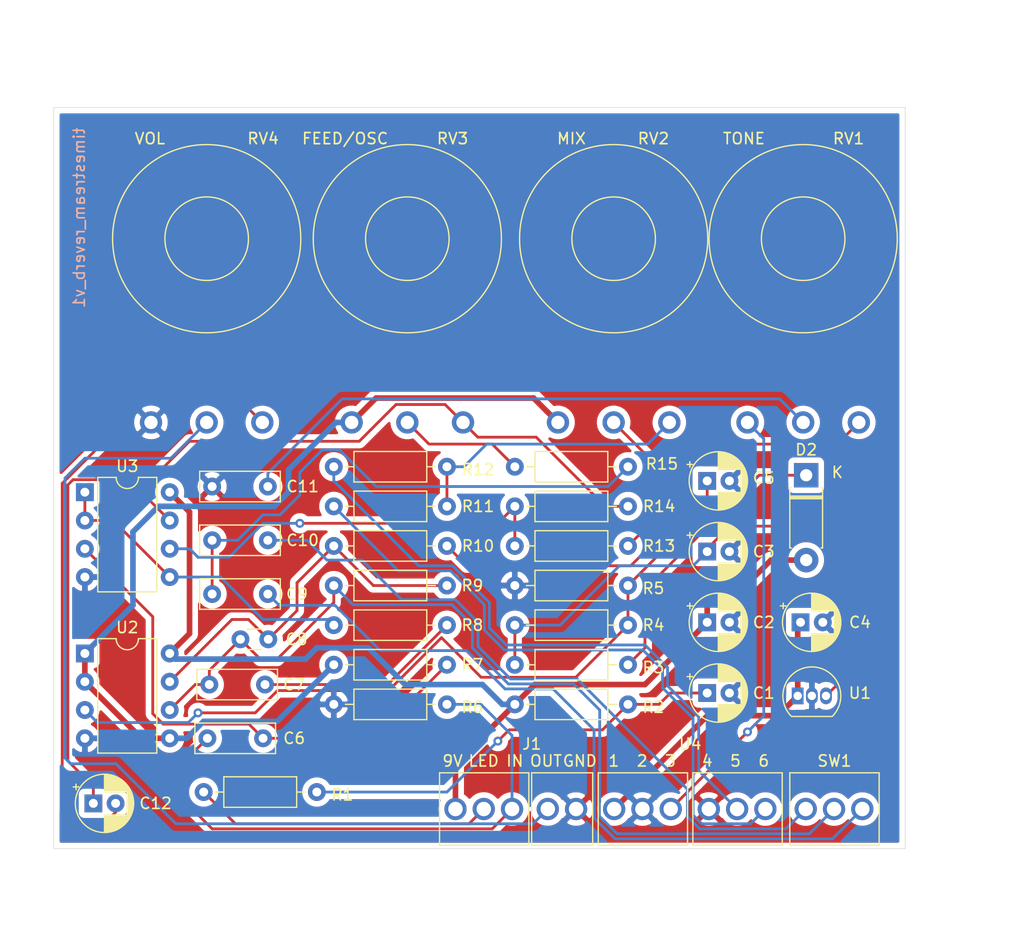
<source format=kicad_pcb>
(kicad_pcb (version 20171130) (host pcbnew "(5.1.12-1-10_14)")
  (layers (0 F.Cu signal) (31 B.Cu signal) (34 B.Paste user) (35 F.Paste user) (36 B.SilkS user) (37 F.SilkS user) (38 B.Mask user) (39 F.Mask user) (44 Edge.Cuts user))
  (net 0 "")
  (net 1 GND)
  (net 2 "Net-(C1-Pad1)")
  (net 3 +9V)
  (net 4 "Net-(C3-Pad1)")
  (net 5 +5V)
  (net 6 "Net-(C5-Pad1)")
  (net 7 "Net-(C6-Pad1)")
  (net 8 IN)
  (net 9 "Net-(C7-Pad1)")
  (net 10 "Net-(C7-Pad2)")
  (net 11 "Net-(C8-Pad2)")
  (net 12 "Net-(C10-Pad1)")
  (net 13 "Net-(C9-Pad2)")
  (net 14 "Net-(C10-Pad2)")
  (net 15 "Net-(C11-Pad2)")
  (net 16 "Net-(C12-Pad1)")
  (net 17 "Net-(C12-Pad2)")
  (net 18 "Net-(D2-Pad1)")
  (net 19 LED+)
  (net 20 OUT)
  (net 21 VB)
  (net 22 "Net-(R8-Pad1)")
  (net 23 "Net-(R10-Pad2)")
  (net 24 "Net-(R11-Pad1)")
  (net 25 "Net-(R11-Pad2)")
  (net 26 "Net-(R12-Pad1)")
  (net 27 "Net-(R13-Pad1)")
  (net 28 "Net-(R13-Pad2)")
  (net 29 "Net-(R15-Pad1)")
  (net 30 "Net-(RV1-Pad1)")
  (module Capacitor_THT:CP_Radial_D5.0mm_P2.00mm (layer F.Cu) (at 165.1 114.046)
    (fp_text reference C1 (at 5.08 0) (layer F.SilkS))
    (fp_text value 10u)
    (pad 2 thru_hole circle (at 2 0) (size 1.6 1.6) (drill 0.8) (layers *.Cu *.Mask) (net 1 GND))
    (pad 1 thru_hole rect (at 0 0) (size 1.6 1.6) (drill 0.8) (layers *.Cu *.Mask) (net 2 "Net-(C1-Pad1)"))
  )
  (module Capacitor_THT:CP_Radial_D5.0mm_P2.00mm (layer F.Cu) (at 165.1 107.696)
    (fp_text reference C2 (at 5.08 0) (layer F.SilkS))
    (fp_text value 100u)
    (pad 1 thru_hole rect (at 0 0) (size 1.6 1.6) (drill 0.8) (layers *.Cu *.Mask) (net 3 +9V))
    (pad 2 thru_hole circle (at 2 0) (size 1.6 1.6) (drill 0.8) (layers *.Cu *.Mask) (net 1 GND))
  )
  (module Capacitor_THT:CP_Radial_D5.0mm_P2.00mm (layer F.Cu) (at 165.1 101.346)
    (fp_text reference C3 (at 5.08 0) (layer F.SilkS))
    (fp_text value 100u)
    (pad 2 thru_hole circle (at 2 0) (size 1.6 1.6) (drill 0.8) (layers *.Cu *.Mask) (net 1 GND))
    (pad 1 thru_hole rect (at 0 0) (size 1.6 1.6) (drill 0.8) (layers *.Cu *.Mask) (net 4 "Net-(C3-Pad1)"))
  )
  (module Capacitor_THT:CP_Radial_D5.0mm_P2.00mm (layer F.Cu) (at 173.482 107.696)
    (fp_text reference C4 (at 5.334 0) (layer F.SilkS))
    (fp_text value 100u)
    (pad 1 thru_hole rect (at 0 0) (size 1.6 1.6) (drill 0.8) (layers *.Cu *.Mask) (net 5 +5V))
    (pad 2 thru_hole circle (at 2 0) (size 1.6 1.6) (drill 0.8) (layers *.Cu *.Mask) (net 1 GND))
  )
  (module Capacitor_THT:CP_Radial_D5.0mm_P2.00mm (layer F.Cu) (at 165.1 94.996)
    (fp_text reference C5 (at 5.08 -0.254) (layer F.SilkS))
    (fp_text value 10u)
    (pad 2 thru_hole circle (at 2 0) (size 1.6 1.6) (drill 0.8) (layers *.Cu *.Mask) (net 1 GND))
    (pad 1 thru_hole rect (at 0 0) (size 1.6 1.6) (drill 0.8) (layers *.Cu *.Mask) (net 6 "Net-(C5-Pad1)"))
  )
  (module Capacitor_THT:C_Rect_L7.0mm_W2.5mm_P5.00mm (layer F.Cu) (at 125.222 118.11 180)
    (fp_text reference C6 (at -2.794 0) (layer F.SilkS))
    (fp_text value 100n)
    (pad 1 thru_hole circle (at 0 0 180) (size 1.6 1.6) (drill 0.8) (layers *.Cu *.Mask) (net 7 "Net-(C6-Pad1)"))
    (pad 2 thru_hole circle (at 5 0 180) (size 1.6 1.6) (drill 0.8) (layers *.Cu *.Mask) (net 8 IN))
  )
  (module Capacitor_THT:C_Rect_L7.0mm_W2.5mm_P5.00mm (layer F.Cu) (at 120.396 113.284)
    (fp_text reference C7 (at 7.62 0) (layer F.SilkS))
    (fp_text value 22n)
    (pad 1 thru_hole circle (at 0 0) (size 1.6 1.6) (drill 0.8) (layers *.Cu *.Mask) (net 9 "Net-(C7-Pad1)"))
    (pad 2 thru_hole circle (at 5 0) (size 1.6 1.6) (drill 0.8) (layers *.Cu *.Mask) (net 10 "Net-(C7-Pad2)"))
  )
  (module Capacitor_THT:C_Disc_D3.0mm_W1.6mm_P2.50mm (layer F.Cu) (at 123.19 109.22)
    (fp_text reference C8 (at 5.04 0) (layer F.SilkS))
    (fp_text value 100p)
    (pad 1 thru_hole circle (at 0 0) (size 1.6 1.6) (drill 0.8) (layers *.Cu *.Mask) (net 9 "Net-(C7-Pad1)"))
    (pad 2 thru_hole circle (at 2.5 0) (size 1.6 1.6) (drill 0.8) (layers *.Cu *.Mask) (net 11 "Net-(C8-Pad2)"))
  )
  (module Capacitor_THT:C_Rect_L7.0mm_W2.5mm_P5.00mm (layer F.Cu) (at 120.65 105.156)
    (fp_text reference C9 (at 7.62 0) (layer F.SilkS))
    (fp_text value 22n)
    (pad 1 thru_hole circle (at 0 0) (size 1.6 1.6) (drill 0.8) (layers *.Cu *.Mask) (net 12 "Net-(C10-Pad1)"))
    (pad 2 thru_hole circle (at 5 0) (size 1.6 1.6) (drill 0.8) (layers *.Cu *.Mask) (net 13 "Net-(C9-Pad2)"))
  )
  (module Capacitor_THT:C_Rect_L7.0mm_W2.5mm_P5.00mm (layer F.Cu) (at 120.65 100.33)
    (fp_text reference C10 (at 8.128 0) (layer F.SilkS))
    (fp_text value 4.7n)
    (pad 2 thru_hole circle (at 5 0) (size 1.6 1.6) (drill 0.8) (layers *.Cu *.Mask) (net 14 "Net-(C10-Pad2)"))
    (pad 1 thru_hole circle (at 0 0) (size 1.6 1.6) (drill 0.8) (layers *.Cu *.Mask) (net 12 "Net-(C10-Pad1)"))
  )
  (module Capacitor_THT:C_Rect_L7.0mm_W2.5mm_P5.00mm (layer F.Cu) (at 120.65 95.504)
    (fp_text reference C11 (at 8.128 0) (layer F.SilkS))
    (fp_text value 33n)
    (pad 2 thru_hole circle (at 5 0) (size 1.6 1.6) (drill 0.8) (layers *.Cu *.Mask) (net 15 "Net-(C11-Pad2)"))
    (pad 1 thru_hole circle (at 0 0) (size 1.6 1.6) (drill 0.8) (layers *.Cu *.Mask) (net 1 GND))
  )
  (module Capacitor_THT:CP_Radial_D5.0mm_P2.00mm (layer F.Cu) (at 109.982 123.952)
    (fp_text reference C12 (at 5.588 0) (layer F.SilkS))
    (fp_text value 1u)
    (pad 1 thru_hole rect (at 0 0) (size 1.6 1.6) (drill 0.8) (layers *.Cu *.Mask) (net 16 "Net-(C12-Pad1)"))
    (pad 2 thru_hole circle (at 2 0) (size 1.6 1.6) (drill 0.8) (layers *.Cu *.Mask) (net 17 "Net-(C12-Pad2)"))
  )
  (module Diode_THT:D_DO-41_SOD81_P7.62mm_Horizontal (layer F.Cu) (at 173.99 94.488 270)
    (fp_text reference D2 (at -2.286 0 180) (layer F.SilkS))
    (fp_text value 1N5817)
    (fp_text user K (at -0.254 -2.794 180) (layer F.SilkS))
    (pad 1 thru_hole rect (at 0 0 270) (size 2.2 2.2) (drill 1.1) (layers *.Cu *.Mask) (net 18 "Net-(D2-Pad1)"))
    (pad 2 thru_hole oval (at 7.62 0 270) (size 2.2 2.2) (drill 1.1) (layers *.Cu *.Mask) (net 3 +9V))
  )
  (module timestream-reverb:TerminalBlock_5pin_2.54mm (layer F.Cu) (at 147.828 124.46)
    (fp_text reference J1 (at 1.524 -5.842) (layer F.SilkS))
    (fp_text value Conn_01x05_Female)
    (pad 2 thru_hole circle (at -2.79 0) (size 2 2) (drill 1.3) (layers *.Cu *.Mask) (net 19 LED+))
    (pad 1 thru_hole circle (at -5.33 0) (size 2 2) (drill 1.3) (layers *.Cu *.Mask) (net 3 +9V))
    (pad 3 thru_hole circle (at -0.25 0) (size 2 2) (drill 1.3) (layers *.Cu *.Mask) (net 8 IN))
    (pad 4 thru_hole circle (at 2.96 0) (size 2 2) (drill 1.3) (layers *.Cu *.Mask) (net 20 OUT))
    (pad 5 thru_hole circle (at 5.5 0) (size 2 2) (drill 1.3) (layers *.Cu *.Mask) (net 1 GND))
  )
  (module Resistor_THT:R_Axial_DIN0207_L6.3mm_D2.5mm_P10.16mm_Horizontal (layer F.Cu) (at 119.888 122.936)
    (fp_text reference R1 (at 12.446 0.254) (layer F.SilkS))
    (fp_text value 330)
    (pad 2 thru_hole oval (at 10.16 0) (size 1.6 1.6) (drill 0.8) (layers *.Cu *.Mask) (net 2 "Net-(C1-Pad1)"))
    (pad 1 thru_hole circle (at 0 0) (size 1.6 1.6) (drill 0.8) (layers *.Cu *.Mask) (net 19 LED+))
  )
  (module Resistor_THT:R_Axial_DIN0207_L6.3mm_D2.5mm_P10.16mm_Horizontal (layer F.Cu) (at 157.988 115.062 180)
    (fp_text reference R2 (at -2.286 -0.254) (layer F.SilkS))
    (fp_text value 4.7k)
    (pad 1 thru_hole circle (at 0 0 180) (size 1.6 1.6) (drill 0.8) (layers *.Cu *.Mask) (net 2 "Net-(C1-Pad1)"))
    (pad 2 thru_hole oval (at 10.16 0 180) (size 1.6 1.6) (drill 0.8) (layers *.Cu *.Mask) (net 3 +9V))
  )
  (module Resistor_THT:R_Axial_DIN0207_L6.3mm_D2.5mm_P10.16mm_Horizontal (layer F.Cu) (at 157.988 111.506 180)
    (fp_text reference R3 (at -2.286 -0.254) (layer F.SilkS))
    (fp_text value 33)
    (pad 2 thru_hole oval (at 10.16 0 180) (size 1.6 1.6) (drill 0.8) (layers *.Cu *.Mask) (net 4 "Net-(C3-Pad1)"))
    (pad 1 thru_hole circle (at 0 0 180) (size 1.6 1.6) (drill 0.8) (layers *.Cu *.Mask) (net 18 "Net-(D2-Pad1)"))
  )
  (module Resistor_THT:R_Axial_DIN0207_L6.3mm_D2.5mm_P10.16mm_Horizontal (layer F.Cu) (at 147.828 107.95)
    (fp_text reference R4 (at 12.446 0) (layer F.SilkS))
    (fp_text value 1M)
    (pad 1 thru_hole circle (at 0 0) (size 1.6 1.6) (drill 0.8) (layers *.Cu *.Mask) (net 4 "Net-(C3-Pad1)"))
    (pad 2 thru_hole oval (at 10.16 0) (size 1.6 1.6) (drill 0.8) (layers *.Cu *.Mask) (net 6 "Net-(C5-Pad1)"))
  )
  (module Resistor_THT:R_Axial_DIN0207_L6.3mm_D2.5mm_P10.16mm_Horizontal (layer F.Cu) (at 157.988 104.394 180)
    (fp_text reference R5 (at -2.286 -0.254) (layer F.SilkS))
    (fp_text value 1M)
    (pad 2 thru_hole oval (at 10.16 0 180) (size 1.6 1.6) (drill 0.8) (layers *.Cu *.Mask) (net 1 GND))
    (pad 1 thru_hole circle (at 0 0 180) (size 1.6 1.6) (drill 0.8) (layers *.Cu *.Mask) (net 6 "Net-(C5-Pad1)"))
  )
  (module Resistor_THT:R_Axial_DIN0207_L6.3mm_D2.5mm_P10.16mm_Horizontal (layer F.Cu) (at 141.732 115.062 180)
    (fp_text reference R6 (at -2.286 -0.254) (layer F.SilkS))
    (fp_text value 1M)
    (pad 1 thru_hole circle (at 0 0 180) (size 1.6 1.6) (drill 0.8) (layers *.Cu *.Mask) (net 8 IN))
    (pad 2 thru_hole oval (at 10.16 0 180) (size 1.6 1.6) (drill 0.8) (layers *.Cu *.Mask) (net 1 GND))
  )
  (module Resistor_THT:R_Axial_DIN0207_L6.3mm_D2.5mm_P10.16mm_Horizontal (layer F.Cu) (at 131.572 111.506)
    (fp_text reference R7 (at 12.446 0) (layer F.SilkS))
    (fp_text value 1M)
    (pad 2 thru_hole oval (at 10.16 0) (size 1.6 1.6) (drill 0.8) (layers *.Cu *.Mask) (net 7 "Net-(C6-Pad1)"))
    (pad 1 thru_hole circle (at 0 0) (size 1.6 1.6) (drill 0.8) (layers *.Cu *.Mask) (net 21 VB))
  )
  (module Resistor_THT:R_Axial_DIN0207_L6.3mm_D2.5mm_P10.16mm_Horizontal (layer F.Cu) (at 131.572 107.95)
    (fp_text reference R8 (at 12.446 0) (layer F.SilkS))
    (fp_text value 10k)
    (pad 2 thru_hole oval (at 10.16 0) (size 1.6 1.6) (drill 0.8) (layers *.Cu *.Mask) (net 10 "Net-(C7-Pad2)"))
    (pad 1 thru_hole circle (at 0 0) (size 1.6 1.6) (drill 0.8) (layers *.Cu *.Mask) (net 22 "Net-(R8-Pad1)"))
  )
  (module Resistor_THT:R_Axial_DIN0207_L6.3mm_D2.5mm_P10.16mm_Horizontal (layer F.Cu) (at 131.572 104.394)
    (fp_text reference R9 (at 12.446 0) (layer F.SilkS))
    (fp_text value 22k)
    (pad 1 thru_hole circle (at 0 0) (size 1.6 1.6) (drill 0.8) (layers *.Cu *.Mask) (net 9 "Net-(C7-Pad1)"))
    (pad 2 thru_hole oval (at 10.16 0) (size 1.6 1.6) (drill 0.8) (layers *.Cu *.Mask) (net 11 "Net-(C8-Pad2)"))
  )
  (module Resistor_THT:R_Axial_DIN0207_L6.3mm_D2.5mm_P10.16mm_Horizontal (layer F.Cu) (at 131.572 100.838)
    (fp_text reference R10 (at 12.954 0) (layer F.SilkS))
    (fp_text value 1k)
    (pad 2 thru_hole oval (at 10.16 0) (size 1.6 1.6) (drill 0.8) (layers *.Cu *.Mask) (net 23 "Net-(R10-Pad2)"))
    (pad 1 thru_hole circle (at 0 0) (size 1.6 1.6) (drill 0.8) (layers *.Cu *.Mask) (net 11 "Net-(C8-Pad2)"))
  )
  (module Resistor_THT:R_Axial_DIN0207_L6.3mm_D2.5mm_P10.16mm_Horizontal (layer F.Cu) (at 131.572 97.282)
    (fp_text reference R11 (at 12.954 0) (layer F.SilkS))
    (fp_text value 10k)
    (pad 1 thru_hole circle (at 0 0) (size 1.6 1.6) (drill 0.8) (layers *.Cu *.Mask) (net 24 "Net-(R11-Pad1)"))
    (pad 2 thru_hole oval (at 10.16 0) (size 1.6 1.6) (drill 0.8) (layers *.Cu *.Mask) (net 25 "Net-(R11-Pad2)"))
  )
  (module Resistor_THT:R_Axial_DIN0207_L6.3mm_D2.5mm_P10.16mm_Horizontal (layer F.Cu) (at 131.572 93.726)
    (fp_text reference R12 (at 12.954 0.254) (layer F.SilkS))
    (fp_text value 10k)
    (pad 2 thru_hole oval (at 10.16 0) (size 1.6 1.6) (drill 0.8) (layers *.Cu *.Mask) (net 25 "Net-(R11-Pad2)"))
    (pad 1 thru_hole circle (at 0 0) (size 1.6 1.6) (drill 0.8) (layers *.Cu *.Mask) (net 26 "Net-(R12-Pad1)"))
  )
  (module Resistor_THT:R_Axial_DIN0207_L6.3mm_D2.5mm_P10.16mm_Horizontal (layer F.Cu) (at 147.828 100.838)
    (fp_text reference R13 (at 12.954 0) (layer F.SilkS))
    (fp_text value 10k)
    (pad 1 thru_hole circle (at 0 0) (size 1.6 1.6) (drill 0.8) (layers *.Cu *.Mask) (net 27 "Net-(R13-Pad1)"))
    (pad 2 thru_hole oval (at 10.16 0) (size 1.6 1.6) (drill 0.8) (layers *.Cu *.Mask) (net 28 "Net-(R13-Pad2)"))
  )
  (module Resistor_THT:R_Axial_DIN0207_L6.3mm_D2.5mm_P10.16mm_Horizontal (layer F.Cu) (at 157.988 97.282 180)
    (fp_text reference R14 (at -2.794 0) (layer F.SilkS))
    (fp_text value 22k)
    (pad 1 thru_hole circle (at 0 0 180) (size 1.6 1.6) (drill 0.8) (layers *.Cu *.Mask) (net 16 "Net-(C12-Pad1)"))
    (pad 2 thru_hole oval (at 10.16 0 180) (size 1.6 1.6) (drill 0.8) (layers *.Cu *.Mask) (net 27 "Net-(R13-Pad1)"))
  )
  (module Resistor_THT:R_Axial_DIN0207_L6.3mm_D2.5mm_P10.16mm_Horizontal (layer F.Cu) (at 147.828 93.726)
    (fp_text reference R15 (at 13.208 -0.254) (layer F.SilkS))
    (fp_text value 10k)
    (pad 1 thru_hole circle (at 0 0) (size 1.6 1.6) (drill 0.8) (layers *.Cu *.Mask) (net 29 "Net-(R15-Pad1)"))
    (pad 2 thru_hole oval (at 10.16 0) (size 1.6 1.6) (drill 0.8) (layers *.Cu *.Mask) (net 12 "Net-(C10-Pad1)"))
  )
  (module timestream-reverb:Tayda_Potentiometer (layer F.Cu) (at 173.72 89.498001)
    (fp_text reference RV1 (at 4.08 -25.236001) (layer F.SilkS))
    (fp_text value 10kb)
    (pad 3 thru_hole circle (at 5 0.25) (size 2 2) (drill 1.2) (layers *.Cu *.Mask) (net 23 "Net-(R10-Pad2)"))
    (pad 2 thru_hole circle (at 0 0.25) (size 2 2) (drill 1.2) (layers *.Cu *.Mask) (net 15 "Net-(C11-Pad2)"))
    (pad 1 thru_hole circle (at -5 0.25) (size 2 2) (drill 1.2) (layers *.Cu *.Mask) (net 30 "Net-(RV1-Pad1)"))
  )
  (module timestream-reverb:Tayda_Potentiometer (layer F.Cu) (at 156.702 89.498001)
    (fp_text reference RV2 (at 3.572 -25.236001) (layer F.SilkS))
    (fp_text value 25kb)
    (pad 1 thru_hole circle (at -5 0.25) (size 2 2) (drill 1.2) (layers *.Cu *.Mask) (net 21 VB))
    (pad 2 thru_hole circle (at 0 0.25) (size 2 2) (drill 1.2) (layers *.Cu *.Mask) (net 28 "Net-(R13-Pad2)"))
    (pad 3 thru_hole circle (at 5 0.25) (size 2 2) (drill 1.2) (layers *.Cu *.Mask) (net 25 "Net-(R11-Pad2)"))
  )
  (module timestream-reverb:Tayda_Potentiometer (layer F.Cu) (at 138.176 89.498001)
    (fp_text reference RV3 (at 4.064 -25.236001) (layer F.SilkS))
    (fp_text value 10kb)
    (pad 3 thru_hole circle (at 5 0.25) (size 2 2) (drill 1.2) (layers *.Cu *.Mask) (net 16 "Net-(C12-Pad1)"))
    (pad 2 thru_hole circle (at 0 0.25) (size 2 2) (drill 1.2) (layers *.Cu *.Mask) (net 29 "Net-(R15-Pad1)"))
    (pad 1 thru_hole circle (at -5 0.25) (size 2 2) (drill 1.2) (layers *.Cu *.Mask) (net 21 VB))
  )
  (module timestream-reverb:Tayda_Potentiometer (layer F.Cu) (at 120.158 89.498001)
    (fp_text reference RV4 (at 5.064 -25.236001) (layer F.SilkS))
    (fp_text value 10kb)
    (pad 1 thru_hole circle (at -5 0.25) (size 2 2) (drill 1.2) (layers *.Cu *.Mask) (net 1 GND))
    (pad 2 thru_hole circle (at 0 0.25) (size 2 2) (drill 1.2) (layers *.Cu *.Mask) (net 20 OUT))
    (pad 3 thru_hole circle (at 5 0.25) (size 2 2) (drill 1.2) (layers *.Cu *.Mask) (net 17 "Net-(C12-Pad2)"))
  )
  (module timestream-reverb:TerminalBlock_3pin_2.54mm (layer F.Cu) (at 176.53 124.46)
    (fp_text reference SW1 (at 0 -4.318) (layer F.SilkS))
    (fp_text value SW_SPDT)
    (pad 3 thru_hole circle (at 2.5 0) (size 2 2) (drill 1.3) (layers *.Cu *.Mask) (net 13 "Net-(C9-Pad2)"))
    (pad 1 thru_hole circle (at -2.58 0) (size 2 2) (drill 1.3) (layers *.Cu *.Mask) (net 14 "Net-(C10-Pad2)"))
    (pad 2 thru_hole circle (at -0.04 0) (size 2 2) (drill 1.3) (layers *.Cu *.Mask) (net 9 "Net-(C7-Pad1)"))
  )
  (module Package_TO_SOT_THT:TO-92_Inline (layer F.Cu) (at 173.228 114.3)
    (fp_text reference U1 (at 5.588 -0.254) (layer F.SilkS))
    (fp_text value L78L05_TO92)
    (pad 2 thru_hole oval (at 1.27 0) (size 1.05 1.5) (drill 0.75) (layers *.Cu *.Mask) (net 1 GND))
    (pad 3 thru_hole oval (at 2.54 0) (size 1.05 1.5) (drill 0.75) (layers *.Cu *.Mask) (net 4 "Net-(C3-Pad1)"))
    (pad 1 thru_hole rect (at 0 0) (size 1.05 1.5) (drill 0.75) (layers *.Cu *.Mask) (net 5 +5V))
  )
  (module Package_DIP:DIP-8_W7.62mm (layer F.Cu) (at 109.22 110.49)
    (fp_text reference U2 (at 3.81 -2.33) (layer F.SilkS))
    (fp_text value TL072)
    (pad 1 thru_hole rect (at 0 0) (size 1.6 1.6) (drill 0.8) (layers *.Cu *.Mask) (net 21 VB))
    (pad 5 thru_hole oval (at 7.62 7.62) (size 1.6 1.6) (drill 0.8) (layers *.Cu *.Mask) (net 21 VB))
    (pad 2 thru_hole oval (at 0 2.54) (size 1.6 1.6) (drill 0.8) (layers *.Cu *.Mask) (net 21 VB))
    (pad 6 thru_hole oval (at 7.62 5.08) (size 1.6 1.6) (drill 0.8) (layers *.Cu *.Mask) (net 9 "Net-(C7-Pad1)"))
    (pad 3 thru_hole oval (at 0 5.08) (size 1.6 1.6) (drill 0.8) (layers *.Cu *.Mask) (net 6 "Net-(C5-Pad1)"))
    (pad 7 thru_hole oval (at 7.62 2.54) (size 1.6 1.6) (drill 0.8) (layers *.Cu *.Mask) (net 11 "Net-(C8-Pad2)"))
    (pad 4 thru_hole oval (at 0 7.62) (size 1.6 1.6) (drill 0.8) (layers *.Cu *.Mask) (net 1 GND))
    (pad 8 thru_hole oval (at 7.62 0) (size 1.6 1.6) (drill 0.8) (layers *.Cu *.Mask) (net 3 +9V))
  )
  (module Package_DIP:DIP-8_W7.62mm (layer F.Cu) (at 109.22 96.012)
    (fp_text reference U3 (at 3.81 -2.33) (layer F.SilkS))
    (fp_text value TL072)
    (pad 8 thru_hole oval (at 7.62 0) (size 1.6 1.6) (drill 0.8) (layers *.Cu *.Mask) (net 3 +9V))
    (pad 4 thru_hole oval (at 0 7.62) (size 1.6 1.6) (drill 0.8) (layers *.Cu *.Mask) (net 1 GND))
    (pad 7 thru_hole oval (at 7.62 2.54) (size 1.6 1.6) (drill 0.8) (layers *.Cu *.Mask) (net 16 "Net-(C12-Pad1)"))
    (pad 3 thru_hole oval (at 0 5.08) (size 1.6 1.6) (drill 0.8) (layers *.Cu *.Mask) (net 7 "Net-(C6-Pad1)"))
    (pad 6 thru_hole oval (at 7.62 5.08) (size 1.6 1.6) (drill 0.8) (layers *.Cu *.Mask) (net 27 "Net-(R13-Pad1)"))
    (pad 2 thru_hole oval (at 0 2.54) (size 1.6 1.6) (drill 0.8) (layers *.Cu *.Mask) (net 22 "Net-(R8-Pad1)"))
    (pad 5 thru_hole oval (at 7.62 7.62) (size 1.6 1.6) (drill 0.8) (layers *.Cu *.Mask) (net 22 "Net-(R8-Pad1)"))
    (pad 1 thru_hole rect (at 0 0) (size 1.6 1.6) (drill 0.8) (layers *.Cu *.Mask) (net 22 "Net-(R8-Pad1)"))
  )
  (module timestream-reverb:TerminalBlock_6pin_2.54mm (layer F.Cu) (at 163.576 124.46)
    (fp_text reference U4 (at 0 -5.842) (layer F.SilkS))
    (fp_text value BTDR-2)
    (pad 1 thru_hole circle (at -6.83 0) (size 2 2) (drill 1.3) (layers *.Cu *.Mask) (net 5 +5V))
    (pad 2 thru_hole circle (at -4.29 0) (size 2 2) (drill 1.3) (layers *.Cu *.Mask) (net 1 GND))
    (pad 3 thru_hole circle (at -1.75 0) (size 2 2) (drill 1.3) (layers *.Cu *.Mask) (net 30 "Net-(RV1-Pad1)"))
    (pad 6 thru_hole circle (at 6.75 0) (size 2 2) (drill 1.3) (layers *.Cu *.Mask) (net 24 "Net-(R11-Pad1)"))
    (pad 4 thru_hole circle (at 1.67 0) (size 2 2) (drill 1.3) (layers *.Cu *.Mask) (net 1 GND))
    (pad 5 thru_hole circle (at 4.21 0) (size 2 2) (drill 1.3) (layers *.Cu *.Mask) (net 26 "Net-(R12-Pad1)"))
  )
  (gr_text timestream_reverb_v1 (at 108.712 71.374 90) (layer B.SilkS) (effects (font (size 1 1)) (justify mirror)))
  (gr_line (start 106.426 128.016) (end 106.426 61.468) (layer Edge.Cuts) (width 0.05))
  (gr_line (start 182.88 128.016) (end 106.426 128.016) (layer Edge.Cuts) (width 0.05))
  (gr_line (start 182.88 61.468) (end 182.88 128.016) (layer Edge.Cuts) (width 0.05))
  (gr_line (start 106.426 61.468) (end 182.88 61.468) (layer Edge.Cuts) (width 0.05))
  (gr_text VOL (at 115.062 64.262) (layer F.SilkS) (effects (font (size 1 1))))
  (gr_text FEED/OSC (at 132.588 64.262) (layer F.SilkS) (effects (font (size 1 1))))
  (gr_text MIX (at 152.908 64.262) (layer F.SilkS) (effects (font (size 1 1))))
  (gr_text TONE (at 168.402 64.262) (layer F.SilkS) (effects (font (size 1 1))))
  (gr_text 6 (at 170.18 120.142) (layer F.SilkS) (effects (font (size 1 1))))
  (gr_text 5 (at 167.64 120.142) (layer F.SilkS) (effects (font (size 1 1))))
  (gr_text 4 (at 165.1 120.142) (layer F.SilkS) (effects (font (size 1 1))))
  (gr_text 3 (at 161.798 120.142) (layer F.SilkS) (effects (font (size 1 1))))
  (gr_text 2 (at 159.258 120.142) (layer F.SilkS) (effects (font (size 1 1))))
  (gr_text 1 (at 156.718 120.142) (layer F.SilkS) (effects (font (size 1 1))))
  (gr_text GND (at 153.67 120.142) (layer F.SilkS) (effects (font (size 1 1))))
  (gr_text OUT (at 150.622 120.142) (layer F.SilkS) (effects (font (size 1 1))))
  (gr_text IN (at 147.828 120.142) (layer F.SilkS) (effects (font (size 1 1))))
  (gr_text LED (at 145.034 120.142) (layer F.SilkS) (effects (font (size 1 1))))
  (gr_text 9V (at 142.24 120.142) (layer F.SilkS) (effects (font (size 1 1))))
  (segment (start 157.988 115.062) (end 160.782 115.062) (width 0.25) (layer F.Cu) (net 2))
  (segment (start 161.798 114.046) (end 165.1 114.046) (width 0.25) (layer F.Cu) (net 2))
  (segment (start 160.782 115.062) (end 161.798 114.046) (width 0.25) (layer F.Cu) (net 2))
  (via (at 146.304 118.364) (size 0.8) (drill 0.4) (layers F.Cu B.Cu) (net 2))
  (segment (start 141.732 122.936) (end 146.304 118.364) (width 0.25) (layer B.Cu) (net 2))
  (segment (start 130.048 122.936) (end 141.732 122.936) (width 0.25) (layer B.Cu) (net 2))
  (segment (start 146.304 118.364) (end 147.32 117.348) (width 0.25) (layer F.Cu) (net 2))
  (segment (start 155.702 117.348) (end 157.988 115.062) (width 0.25) (layer F.Cu) (net 2))
  (segment (start 147.32 117.348) (end 155.702 117.348) (width 0.25) (layer F.Cu) (net 2))
  (segment (start 166.37 104.648) (end 165.1 105.918) (width 0.508) (layer F.Cu) (net 3))
  (segment (start 165.1 105.918) (end 165.1 107.696) (width 0.508) (layer F.Cu) (net 3))
  (segment (start 168.292078 104.648) (end 166.37 104.648) (width 0.508) (layer F.Cu) (net 3))
  (segment (start 170.832078 102.108) (end 168.292078 104.648) (width 0.508) (layer F.Cu) (net 3))
  (segment (start 173.99 102.108) (end 170.832078 102.108) (width 0.508) (layer F.Cu) (net 3))
  (segment (start 159.512 113.284) (end 149.606 113.284) (width 0.508) (layer F.Cu) (net 3))
  (segment (start 149.606 113.284) (end 147.828 115.062) (width 0.508) (layer F.Cu) (net 3))
  (segment (start 165.1 107.696) (end 159.512 113.284) (width 0.508) (layer F.Cu) (net 3))
  (segment (start 142.498 120.392) (end 147.828 115.062) (width 0.508) (layer F.Cu) (net 3))
  (segment (start 142.498 124.46) (end 142.498 120.392) (width 0.508) (layer F.Cu) (net 3))
  (segment (start 118.618 108.712) (end 116.84 110.49) (width 0.508) (layer F.Cu) (net 3))
  (segment (start 118.618 97.79) (end 118.618 108.712) (width 0.508) (layer F.Cu) (net 3))
  (segment (start 116.84 96.012) (end 118.618 97.79) (width 0.508) (layer F.Cu) (net 3))
  (segment (start 137.978156 113.284) (end 144.91863 113.284) (width 0.508) (layer B.Cu) (net 3))
  (segment (start 134.676156 109.982) (end 137.978156 113.284) (width 0.508) (layer B.Cu) (net 3))
  (segment (start 130.048 109.982) (end 134.676156 109.982) (width 0.508) (layer B.Cu) (net 3))
  (segment (start 146.69663 115.062) (end 147.828 115.062) (width 0.508) (layer B.Cu) (net 3))
  (segment (start 144.91863 113.284) (end 146.69663 115.062) (width 0.508) (layer B.Cu) (net 3))
  (segment (start 116.84 110.49) (end 117.348 110.998) (width 0.508) (layer B.Cu) (net 3))
  (segment (start 129.032 110.998) (end 130.048 109.982) (width 0.508) (layer B.Cu) (net 3))
  (segment (start 117.348 110.998) (end 129.032 110.998) (width 0.508) (layer B.Cu) (net 3))
  (segment (start 147.828 111.506) (end 147.828 107.95) (width 0.25) (layer F.Cu) (net 4))
  (segment (start 151.892 107.95) (end 147.828 107.95) (width 0.25) (layer B.Cu) (net 4))
  (segment (start 157.226 102.616) (end 151.892 107.95) (width 0.25) (layer B.Cu) (net 4))
  (segment (start 163.83 102.616) (end 157.226 102.616) (width 0.25) (layer B.Cu) (net 4))
  (segment (start 165.1 101.346) (end 163.83 102.616) (width 0.25) (layer B.Cu) (net 4))
  (segment (start 178.816 111.252) (end 175.768 114.3) (width 0.25) (layer F.Cu) (net 4))
  (segment (start 165.1 101.346) (end 165.1 101.092) (width 0.25) (layer F.Cu) (net 4))
  (segment (start 178.816 101.346) (end 178.816 111.252) (width 0.25) (layer F.Cu) (net 4))
  (segment (start 176.53 99.06) (end 178.816 101.346) (width 0.25) (layer F.Cu) (net 4))
  (segment (start 167.132 99.06) (end 176.53 99.06) (width 0.25) (layer F.Cu) (net 4))
  (segment (start 165.1 101.092) (end 167.132 99.06) (width 0.25) (layer F.Cu) (net 4))
  (segment (start 173.228 107.95) (end 173.482 107.696) (width 0.508) (layer F.Cu) (net 5))
  (segment (start 173.228 114.3) (end 173.228 107.95) (width 0.508) (layer F.Cu) (net 5))
  (segment (start 171.45 116.078) (end 173.228 114.3) (width 0.508) (layer F.Cu) (net 5))
  (segment (start 165.128 116.078) (end 171.45 116.078) (width 0.508) (layer F.Cu) (net 5))
  (segment (start 156.746 124.46) (end 165.128 116.078) (width 0.508) (layer F.Cu) (net 5))
  (segment (start 157.988 107.95) (end 157.988 104.394) (width 0.25) (layer F.Cu) (net 6))
  (segment (start 165.1 97.282) (end 165.1 94.996) (width 0.25) (layer F.Cu) (net 6))
  (segment (start 157.988 104.394) (end 165.1 97.282) (width 0.25) (layer F.Cu) (net 6))
  (via (at 119.38 115.824) (size 0.8) (drill 0.4) (layers F.Cu B.Cu) (net 6))
  (segment (start 126.521001 113.824001) (end 124.521002 115.824) (width 0.25) (layer F.Cu) (net 6))
  (segment (start 141.243409 109.075001) (end 136.494409 113.824001) (width 0.25) (layer F.Cu) (net 6))
  (segment (start 144.799409 112.631001) (end 141.243409 109.075001) (width 0.25) (layer F.Cu) (net 6))
  (segment (start 136.494409 113.824001) (end 126.521001 113.824001) (width 0.25) (layer F.Cu) (net 6))
  (segment (start 153.306999 112.631001) (end 144.799409 112.631001) (width 0.25) (layer F.Cu) (net 6))
  (segment (start 124.521002 115.824) (end 119.38 115.824) (width 0.25) (layer F.Cu) (net 6))
  (segment (start 157.988 107.95) (end 153.306999 112.631001) (width 0.25) (layer F.Cu) (net 6))
  (segment (start 110.345001 116.695001) (end 109.22 115.57) (width 0.25) (layer B.Cu) (net 6))
  (segment (start 118.508999 116.695001) (end 110.345001 116.695001) (width 0.25) (layer B.Cu) (net 6))
  (segment (start 119.38 115.824) (end 118.508999 116.695001) (width 0.25) (layer B.Cu) (net 6))
  (segment (start 135.128 118.11) (end 141.732 111.506) (width 0.25) (layer F.Cu) (net 7))
  (segment (start 125.222 118.11) (end 135.128 118.11) (width 0.25) (layer F.Cu) (net 7))
  (segment (start 123.952 116.84) (end 125.222 118.11) (width 0.25) (layer F.Cu) (net 7))
  (segment (start 116.261499 116.84) (end 123.952 116.84) (width 0.25) (layer F.Cu) (net 7))
  (segment (start 115.316 115.894501) (end 116.261499 116.84) (width 0.25) (layer F.Cu) (net 7))
  (segment (start 115.316 107.188) (end 115.316 115.894501) (width 0.25) (layer F.Cu) (net 7))
  (segment (start 109.22 101.092) (end 115.316 107.188) (width 0.25) (layer F.Cu) (net 7))
  (segment (start 141.732 115.062) (end 144.78 115.062) (width 0.25) (layer B.Cu) (net 8))
  (segment (start 147.578 117.86) (end 147.578 124.46) (width 0.25) (layer B.Cu) (net 8))
  (segment (start 144.78 115.062) (end 147.578 117.86) (width 0.25) (layer B.Cu) (net 8))
  (segment (start 118.364 119.968) (end 120.222 118.11) (width 0.25) (layer F.Cu) (net 8))
  (segment (start 118.364 123.952) (end 118.364 119.968) (width 0.25) (layer F.Cu) (net 8))
  (segment (start 120.65 126.238) (end 118.364 123.952) (width 0.25) (layer F.Cu) (net 8))
  (segment (start 145.8 126.238) (end 120.65 126.238) (width 0.25) (layer F.Cu) (net 8))
  (segment (start 147.578 124.46) (end 145.8 126.238) (width 0.25) (layer F.Cu) (net 8))
  (segment (start 120.396 112.014) (end 123.19 109.22) (width 0.25) (layer F.Cu) (net 9))
  (segment (start 120.396 113.284) (end 120.396 112.014) (width 0.25) (layer F.Cu) (net 9))
  (segment (start 119.126 113.284) (end 116.84 115.57) (width 0.25) (layer F.Cu) (net 9))
  (segment (start 120.396 113.284) (end 119.126 113.284) (width 0.25) (layer F.Cu) (net 9))
  (segment (start 124.968 110.998) (end 126.492 110.998) (width 0.25) (layer F.Cu) (net 9))
  (segment (start 131.572 105.918) (end 131.572 104.394) (width 0.25) (layer F.Cu) (net 9))
  (segment (start 126.492 110.998) (end 131.572 105.918) (width 0.25) (layer F.Cu) (net 9))
  (segment (start 123.19 109.22) (end 124.968 110.998) (width 0.25) (layer F.Cu) (net 9))
  (segment (start 133.29201 106.11401) (end 131.572 104.394) (width 0.25) (layer B.Cu) (net 9))
  (segment (start 155.448 115.57) (end 153.104009 113.226009) (width 0.25) (layer B.Cu) (net 9))
  (segment (start 144.018 107.95) (end 142.18201 106.11401) (width 0.25) (layer B.Cu) (net 9))
  (segment (start 157.010018 126.68502) (end 155.420999 125.096001) (width 0.25) (layer B.Cu) (net 9))
  (segment (start 153.104009 113.226009) (end 147.246597 113.226009) (width 0.25) (layer B.Cu) (net 9))
  (segment (start 155.448 123.796998) (end 155.448 115.57) (width 0.25) (layer B.Cu) (net 9))
  (segment (start 147.246597 113.226009) (end 144.018 109.997412) (width 0.25) (layer B.Cu) (net 9))
  (segment (start 176.49 124.46) (end 174.26498 126.68502) (width 0.25) (layer B.Cu) (net 9))
  (segment (start 174.26498 126.68502) (end 157.010018 126.68502) (width 0.25) (layer B.Cu) (net 9))
  (segment (start 155.420999 123.823999) (end 155.448 123.796998) (width 0.25) (layer B.Cu) (net 9))
  (segment (start 142.18201 106.11401) (end 133.29201 106.11401) (width 0.25) (layer B.Cu) (net 9))
  (segment (start 155.420999 125.096001) (end 155.420999 123.823999) (width 0.25) (layer B.Cu) (net 9))
  (segment (start 144.018 109.997412) (end 144.018 107.95) (width 0.25) (layer B.Cu) (net 9))
  (segment (start 136.398 113.284) (end 141.732 107.95) (width 0.25) (layer F.Cu) (net 10))
  (segment (start 125.396 113.284) (end 136.398 113.284) (width 0.25) (layer F.Cu) (net 10))
  (segment (start 135.128 104.394) (end 131.572 100.838) (width 0.25) (layer F.Cu) (net 11))
  (segment (start 141.732 104.394) (end 135.128 104.394) (width 0.25) (layer F.Cu) (net 11))
  (segment (start 131.572 100.838) (end 128.27 104.14) (width 0.25) (layer F.Cu) (net 11))
  (segment (start 128.27 106.64) (end 125.69 109.22) (width 0.25) (layer F.Cu) (net 11))
  (segment (start 128.27 104.14) (end 128.27 106.64) (width 0.25) (layer F.Cu) (net 11))
  (segment (start 125.69 109.22) (end 123.912 107.442) (width 0.25) (layer F.Cu) (net 11))
  (segment (start 122.428 107.442) (end 116.84 113.03) (width 0.25) (layer F.Cu) (net 11))
  (segment (start 123.912 107.442) (end 122.428 107.442) (width 0.25) (layer F.Cu) (net 11))
  (segment (start 120.65 100.33) (end 120.65 105.156) (width 0.25) (layer F.Cu) (net 12))
  (segment (start 156.21 95.504) (end 157.988 93.726) (width 0.25) (layer B.Cu) (net 12))
  (segment (start 132.08 92.202) (end 135.382 95.504) (width 0.25) (layer B.Cu) (net 12))
  (segment (start 130.556 92.202) (end 132.08 92.202) (width 0.25) (layer B.Cu) (net 12))
  (segment (start 128.524 94.234) (end 130.556 92.202) (width 0.25) (layer B.Cu) (net 12))
  (segment (start 125.222 98.044) (end 126.746 98.044) (width 0.25) (layer B.Cu) (net 12))
  (segment (start 128.524 96.266) (end 128.524 94.234) (width 0.25) (layer B.Cu) (net 12))
  (segment (start 126.746 98.044) (end 128.524 96.266) (width 0.25) (layer B.Cu) (net 12))
  (segment (start 122.936 100.33) (end 125.222 98.044) (width 0.25) (layer B.Cu) (net 12))
  (segment (start 135.382 95.504) (end 156.21 95.504) (width 0.25) (layer B.Cu) (net 12))
  (segment (start 120.65 100.33) (end 122.936 100.33) (width 0.25) (layer B.Cu) (net 12))
  (segment (start 126.666 106.172) (end 125.65 105.156) (width 0.25) (layer B.Cu) (net 13))
  (segment (start 131.684998 106.172) (end 126.666 106.172) (width 0.25) (layer B.Cu) (net 13))
  (segment (start 135.748998 110.236) (end 131.684998 106.172) (width 0.25) (layer B.Cu) (net 13))
  (segment (start 146.950019 113.676019) (end 143.51 110.236) (width 0.25) (layer B.Cu) (net 13))
  (segment (start 151.268019 113.676019) (end 146.950019 113.676019) (width 0.25) (layer B.Cu) (net 13))
  (segment (start 154.94 117.348) (end 151.268019 113.676019) (width 0.25) (layer B.Cu) (net 13))
  (segment (start 154.94 123.382022) (end 154.94 117.348) (width 0.25) (layer B.Cu) (net 13))
  (segment (start 156.823617 127.135029) (end 154.970989 125.282401) (width 0.25) (layer B.Cu) (net 13))
  (segment (start 143.51 110.236) (end 135.748998 110.236) (width 0.25) (layer B.Cu) (net 13))
  (segment (start 176.35497 127.13503) (end 156.823617 127.135029) (width 0.25) (layer B.Cu) (net 13))
  (segment (start 154.970989 123.413011) (end 154.94 123.382022) (width 0.25) (layer B.Cu) (net 13))
  (segment (start 154.970989 125.282401) (end 154.970989 123.413011) (width 0.25) (layer B.Cu) (net 13))
  (segment (start 179.03 124.46) (end 176.35497 127.13503) (width 0.25) (layer B.Cu) (net 13))
  (segment (start 129.173002 100.33) (end 125.65 100.33) (width 0.25) (layer B.Cu) (net 14))
  (segment (start 130.951002 102.108) (end 129.173002 100.33) (width 0.25) (layer B.Cu) (net 14))
  (segment (start 134.112 102.108) (end 130.951002 102.108) (width 0.25) (layer B.Cu) (net 14))
  (segment (start 137.668 105.664) (end 134.112 102.108) (width 0.25) (layer B.Cu) (net 14))
  (segment (start 142.494 105.664) (end 137.668 105.664) (width 0.25) (layer B.Cu) (net 14))
  (segment (start 173.95 124.46) (end 172.17499 126.23501) (width 0.25) (layer B.Cu) (net 14))
  (segment (start 164.423598 126.23501) (end 163.322 125.133412) (width 0.25) (layer B.Cu) (net 14))
  (segment (start 144.526 107.696) (end 142.494 105.664) (width 0.25) (layer B.Cu) (net 14))
  (segment (start 163.322 125.133412) (end 163.322 122.682) (width 0.25) (layer B.Cu) (net 14))
  (segment (start 144.526 109.869002) (end 144.526 107.696) (width 0.25) (layer B.Cu) (net 14))
  (segment (start 153.416 112.776) (end 147.432998 112.776) (width 0.25) (layer B.Cu) (net 14))
  (segment (start 147.432998 112.776) (end 144.526 109.869002) (width 0.25) (layer B.Cu) (net 14))
  (segment (start 163.322 122.682) (end 153.416 112.776) (width 0.25) (layer B.Cu) (net 14))
  (segment (start 172.17499 126.23501) (end 164.423598 126.23501) (width 0.25) (layer B.Cu) (net 14))
  (segment (start 171.601999 87.63) (end 173.72 89.748001) (width 0.25) (layer B.Cu) (net 15))
  (segment (start 132.334 87.63) (end 171.601999 87.63) (width 0.25) (layer B.Cu) (net 15))
  (segment (start 125.65 94.314) (end 132.334 87.63) (width 0.25) (layer B.Cu) (net 15))
  (segment (start 125.65 95.504) (end 125.65 94.314) (width 0.25) (layer B.Cu) (net 15))
  (segment (start 155.956 97.282) (end 157.988 97.282) (width 0.25) (layer F.Cu) (net 16))
  (segment (start 149.747002 91.073002) (end 155.956 97.282) (width 0.25) (layer F.Cu) (net 16))
  (segment (start 144.501001 91.073002) (end 149.747002 91.073002) (width 0.25) (layer F.Cu) (net 16))
  (segment (start 143.176 89.748001) (end 144.501001 91.073002) (width 0.25) (layer F.Cu) (net 16))
  (segment (start 137.16 88.138) (end 141.565999 88.138) (width 0.25) (layer F.Cu) (net 16))
  (segment (start 133.858 91.44) (end 137.16 88.138) (width 0.25) (layer F.Cu) (net 16))
  (segment (start 116.84 98.552) (end 115.062 96.774) (width 0.25) (layer F.Cu) (net 16))
  (segment (start 118.618 91.44) (end 133.858 91.44) (width 0.25) (layer F.Cu) (net 16))
  (segment (start 141.565999 88.138) (end 143.176 89.748001) (width 0.25) (layer F.Cu) (net 16))
  (segment (start 115.062 94.996) (end 118.618 91.44) (width 0.25) (layer F.Cu) (net 16))
  (segment (start 115.062 96.774) (end 115.062 94.996) (width 0.25) (layer F.Cu) (net 16))
  (segment (start 114.952999 94.886999) (end 115.062 94.996) (width 0.25) (layer F.Cu) (net 16))
  (segment (start 108.159999 94.886999) (end 114.952999 94.886999) (width 0.25) (layer F.Cu) (net 16))
  (segment (start 107.696 95.350998) (end 108.159999 94.886999) (width 0.25) (layer F.Cu) (net 16))
  (segment (start 107.696 120.142) (end 107.696 95.350998) (width 0.25) (layer F.Cu) (net 16))
  (segment (start 109.982 122.428) (end 107.696 120.142) (width 0.25) (layer F.Cu) (net 16))
  (segment (start 109.982 123.952) (end 109.982 122.428) (width 0.25) (layer F.Cu) (net 16))
  (segment (start 107.188 123.698) (end 107.188 95.222588) (width 0.25) (layer F.Cu) (net 17))
  (segment (start 109.22 125.73) (end 107.188 123.698) (width 0.25) (layer F.Cu) (net 17))
  (segment (start 110.998 125.73) (end 109.22 125.73) (width 0.25) (layer F.Cu) (net 17))
  (segment (start 123.293999 87.884) (end 125.158 89.748001) (width 0.25) (layer F.Cu) (net 17))
  (segment (start 114.526588 87.884) (end 123.293999 87.884) (width 0.25) (layer F.Cu) (net 17))
  (segment (start 107.188 95.222588) (end 114.526588 87.884) (width 0.25) (layer F.Cu) (net 17))
  (segment (start 111.982 124.746) (end 110.998 125.73) (width 0.25) (layer F.Cu) (net 17))
  (segment (start 111.982 123.952) (end 111.982 124.746) (width 0.25) (layer F.Cu) (net 17))
  (segment (start 159.512 109.982) (end 157.988 111.506) (width 0.25) (layer F.Cu) (net 18))
  (segment (start 159.512 104.748998) (end 159.512 109.982) (width 0.25) (layer F.Cu) (net 18))
  (segment (start 169.772998 94.488) (end 159.512 104.748998) (width 0.25) (layer F.Cu) (net 18))
  (segment (start 173.99 94.488) (end 169.772998 94.488) (width 0.25) (layer F.Cu) (net 18))
  (segment (start 143.712999 125.785001) (end 145.038 124.46) (width 0.25) (layer F.Cu) (net 19))
  (segment (start 122.737001 125.785001) (end 143.712999 125.785001) (width 0.25) (layer F.Cu) (net 19))
  (segment (start 119.888 122.936) (end 122.737001 125.785001) (width 0.25) (layer F.Cu) (net 19))
  (segment (start 149.462999 125.785001) (end 117.403001 125.785001) (width 0.25) (layer B.Cu) (net 20))
  (segment (start 150.788 124.46) (end 149.462999 125.785001) (width 0.25) (layer B.Cu) (net 20))
  (segment (start 117.403001 125.785001) (end 112.014 120.396) (width 0.25) (layer B.Cu) (net 20))
  (segment (start 112.014 120.396) (end 107.95 120.396) (width 0.25) (layer B.Cu) (net 20))
  (segment (start 107.95 120.396) (end 107.442 119.888) (width 0.25) (layer B.Cu) (net 20))
  (segment (start 107.442 119.888) (end 107.442 94.742) (width 0.25) (layer B.Cu) (net 20))
  (segment (start 107.442 94.742) (end 109.22 92.964) (width 0.25) (layer B.Cu) (net 20))
  (segment (start 116.942001 92.964) (end 120.158 89.748001) (width 0.25) (layer B.Cu) (net 20))
  (segment (start 109.22 92.964) (end 116.942001 92.964) (width 0.25) (layer B.Cu) (net 20))
  (segment (start 109.22 110.49) (end 109.22 113.03) (width 0.508) (layer F.Cu) (net 21))
  (segment (start 114.3 118.11) (end 116.84 118.11) (width 0.508) (layer F.Cu) (net 21))
  (segment (start 109.22 113.03) (end 114.3 118.11) (width 0.508) (layer F.Cu) (net 21))
  (segment (start 133.176 89.748001) (end 135.365012 87.558989) (width 0.508) (layer F.Cu) (net 21))
  (segment (start 135.365012 87.558989) (end 149.512988 87.558989) (width 0.508) (layer F.Cu) (net 21))
  (segment (start 149.512988 87.558989) (end 150.702001 88.748002) (width 0.508) (layer F.Cu) (net 21))
  (segment (start 150.702001 88.748002) (end 151.702 89.748001) (width 0.508) (layer F.Cu) (net 21))
  (segment (start 119.881922 116.586) (end 126.492 116.586) (width 0.508) (layer B.Cu) (net 21))
  (segment (start 118.357922 118.11) (end 119.881922 116.586) (width 0.508) (layer B.Cu) (net 21))
  (segment (start 126.492 116.586) (end 131.572 111.506) (width 0.508) (layer B.Cu) (net 21))
  (segment (start 116.84 118.11) (end 118.357922 118.11) (width 0.508) (layer B.Cu) (net 21))
  (segment (start 113.538 106.172) (end 109.22 110.49) (width 0.508) (layer B.Cu) (net 21))
  (segment (start 127.508 96.012) (end 126.238 97.282) (width 0.508) (layer B.Cu) (net 21))
  (segment (start 127.508 94.001788) (end 127.508 96.012) (width 0.508) (layer B.Cu) (net 21))
  (segment (start 131.761787 89.748001) (end 127.508 94.001788) (width 0.508) (layer B.Cu) (net 21))
  (segment (start 133.176 89.748001) (end 131.761787 89.748001) (width 0.508) (layer B.Cu) (net 21))
  (segment (start 113.538 106.172) (end 113.538 99.568) (width 0.508) (layer B.Cu) (net 21))
  (segment (start 113.538 99.568) (end 115.824 97.282) (width 0.508) (layer B.Cu) (net 21))
  (segment (start 115.824 97.282) (end 126.238 97.282) (width 0.508) (layer B.Cu) (net 21))
  (segment (start 109.22 96.012) (end 109.22 98.552) (width 0.25) (layer F.Cu) (net 22))
  (segment (start 111.76 98.552) (end 116.84 103.632) (width 0.25) (layer F.Cu) (net 22))
  (segment (start 109.22 98.552) (end 111.76 98.552) (width 0.25) (layer F.Cu) (net 22))
  (segment (start 131.064 107.442) (end 131.572 107.95) (width 0.25) (layer B.Cu) (net 22))
  (segment (start 125.222 107.442) (end 131.064 107.442) (width 0.25) (layer B.Cu) (net 22))
  (segment (start 121.412 103.632) (end 125.222 107.442) (width 0.25) (layer B.Cu) (net 22))
  (segment (start 116.84 103.632) (end 121.412 103.632) (width 0.25) (layer B.Cu) (net 22))
  (segment (start 158.242 102.616) (end 143.51 102.616) (width 0.25) (layer F.Cu) (net 23))
  (segment (start 160.21601 100.64199) (end 158.242 102.616) (width 0.25) (layer F.Cu) (net 23))
  (segment (start 160.21601 97.08599) (end 160.21601 100.64199) (width 0.25) (layer F.Cu) (net 23))
  (segment (start 143.51 102.616) (end 141.732 100.838) (width 0.25) (layer F.Cu) (net 23))
  (segment (start 165.608 91.694) (end 160.21601 97.08599) (width 0.25) (layer F.Cu) (net 23))
  (segment (start 176.774001 91.694) (end 165.608 91.694) (width 0.25) (layer F.Cu) (net 23))
  (segment (start 178.72 89.748001) (end 176.774001 91.694) (width 0.25) (layer F.Cu) (net 23))
  (segment (start 137.35601 103.06601) (end 131.572 97.282) (width 0.25) (layer B.Cu) (net 24))
  (segment (start 163.83 116.319408) (end 161.09399 113.583398) (width 0.25) (layer B.Cu) (net 24))
  (segment (start 159.3256 110.17801) (end 146.879599 110.178009) (width 0.25) (layer B.Cu) (net 24))
  (segment (start 145.09199 106.1044) (end 142.0536 103.06601) (width 0.25) (layer B.Cu) (net 24))
  (segment (start 146.879599 110.178009) (end 145.09199 108.3904) (width 0.25) (layer B.Cu) (net 24))
  (segment (start 145.09199 108.3904) (end 145.09199 106.1044) (width 0.25) (layer B.Cu) (net 24))
  (segment (start 169.000999 125.785001) (end 164.609999 125.785001) (width 0.25) (layer B.Cu) (net 24))
  (segment (start 163.83 125.005002) (end 163.83 116.319408) (width 0.25) (layer B.Cu) (net 24))
  (segment (start 161.09399 111.9464) (end 159.3256 110.17801) (width 0.25) (layer B.Cu) (net 24))
  (segment (start 142.0536 103.06601) (end 137.35601 103.06601) (width 0.25) (layer B.Cu) (net 24))
  (segment (start 161.09399 113.583398) (end 161.09399 111.9464) (width 0.25) (layer B.Cu) (net 24))
  (segment (start 170.326 124.46) (end 169.000999 125.785001) (width 0.25) (layer B.Cu) (net 24))
  (segment (start 164.609999 125.785001) (end 163.83 125.005002) (width 0.25) (layer B.Cu) (net 24))
  (segment (start 141.732 97.282) (end 141.732 93.726) (width 0.25) (layer F.Cu) (net 25))
  (segment (start 141.732 93.726) (end 143.256 93.726) (width 0.25) (layer B.Cu) (net 25))
  (segment (start 143.256 93.726) (end 145.288 91.694) (width 0.25) (layer B.Cu) (net 25))
  (segment (start 159.756001 91.694) (end 161.702 89.748001) (width 0.25) (layer B.Cu) (net 25))
  (segment (start 145.288 91.694) (end 159.756001 91.694) (width 0.25) (layer B.Cu) (net 25))
  (segment (start 167.786 124.46) (end 164.338 121.012) (width 0.25) (layer B.Cu) (net 26))
  (segment (start 159.512 109.728) (end 147.066 109.728) (width 0.25) (layer B.Cu) (net 26))
  (segment (start 161.544 113.396998) (end 161.544 111.76) (width 0.25) (layer B.Cu) (net 26))
  (segment (start 147.066 109.728) (end 145.542 108.204) (width 0.25) (layer B.Cu) (net 26))
  (segment (start 131.572 94.996) (end 131.572 93.726) (width 0.25) (layer B.Cu) (net 26))
  (segment (start 161.544 111.76) (end 159.512 109.728) (width 0.25) (layer B.Cu) (net 26))
  (segment (start 145.542 105.918) (end 142.24 102.616) (width 0.25) (layer B.Cu) (net 26))
  (segment (start 142.24 102.616) (end 139.192 102.616) (width 0.25) (layer B.Cu) (net 26))
  (segment (start 164.338 121.012) (end 164.338 116.190998) (width 0.25) (layer B.Cu) (net 26))
  (segment (start 139.192 102.616) (end 131.572 94.996) (width 0.25) (layer B.Cu) (net 26))
  (segment (start 145.542 108.204) (end 145.542 105.918) (width 0.25) (layer B.Cu) (net 26))
  (segment (start 164.338 116.190998) (end 161.544 113.396998) (width 0.25) (layer B.Cu) (net 26))
  (segment (start 147.828 100.838) (end 147.828 97.282) (width 0.25) (layer F.Cu) (net 27))
  (segment (start 116.84 101.092) (end 118.618 101.092) (width 0.25) (layer B.Cu) (net 27))
  (segment (start 118.618 101.092) (end 119.38 101.854) (width 0.25) (layer B.Cu) (net 27))
  (segment (start 119.38 101.854) (end 122.174 101.854) (width 0.25) (layer B.Cu) (net 27))
  (segment (start 122.174 101.854) (end 124.968 99.06) (width 0.25) (layer B.Cu) (net 27))
  (segment (start 124.968 99.06) (end 125.222 98.806) (width 0.25) (layer B.Cu) (net 27))
  (segment (start 125.222 98.806) (end 128.524 98.806) (width 0.25) (layer B.Cu) (net 27))
  (via (at 128.524 98.806) (size 0.8) (drill 0.4) (layers F.Cu B.Cu) (net 27))
  (segment (start 146.304 98.806) (end 147.828 97.282) (width 0.25) (layer F.Cu) (net 27))
  (segment (start 128.524 98.806) (end 146.304 98.806) (width 0.25) (layer F.Cu) (net 27))
  (segment (start 156.702 89.748001) (end 159.766 92.812001) (width 0.25) (layer F.Cu) (net 28))
  (segment (start 159.766 99.06) (end 157.988 100.838) (width 0.25) (layer F.Cu) (net 28))
  (segment (start 159.766 92.812001) (end 159.766 99.06) (width 0.25) (layer F.Cu) (net 28))
  (segment (start 145.796 91.694) (end 140.121999 91.694) (width 0.25) (layer F.Cu) (net 29))
  (segment (start 140.121999 91.694) (end 138.176 89.748001) (width 0.25) (layer F.Cu) (net 29))
  (segment (start 147.828 93.726) (end 145.796 91.694) (width 0.25) (layer F.Cu) (net 29))
  (via (at 168.72 117.538) (size 0.8) (drill 0.4) (layers F.Cu B.Cu) (net 30))
  (segment (start 161.826 124.432) (end 161.826 124.46) (width 0.25) (layer F.Cu) (net 30))
  (segment (start 168.72 117.538) (end 161.826 124.432) (width 0.25) (layer F.Cu) (net 30))
  (segment (start 170.18 116.078) (end 168.72 117.538) (width 0.25) (layer B.Cu) (net 30))
  (segment (start 170.18 91.208001) (end 170.18 116.078) (width 0.25) (layer B.Cu) (net 30))
  (segment (start 168.72 89.748001) (end 170.18 91.208001) (width 0.25) (layer B.Cu) (net 30))
  (zone (net 1) (net_name GND) (layer F.Cu) (connect_pads (clearance 0.508)) (min_thickness 0.254) (fill yes (arc_segments 32) (thermal_gap 0.508) (thermal_bridge_width 0.508))
    (polygon (pts (xy 193.548 52.324) (xy 191.77 135.128) (xy 101.854 134.366) (xy 101.6 51.816)))
  )
  (zone (net 1) (net_name GND) (layer B.Cu) (connect_pads (clearance 0.508)) (min_thickness 0.254) (fill yes (arc_segments 32) (thermal_gap 0.508) (thermal_bridge_width 0.508))
    (polygon (pts (xy 191.77 53.34) (xy 190.5 133.858) (xy 103.886 133.096) (xy 102.616 52.578)))
  )
)
</source>
